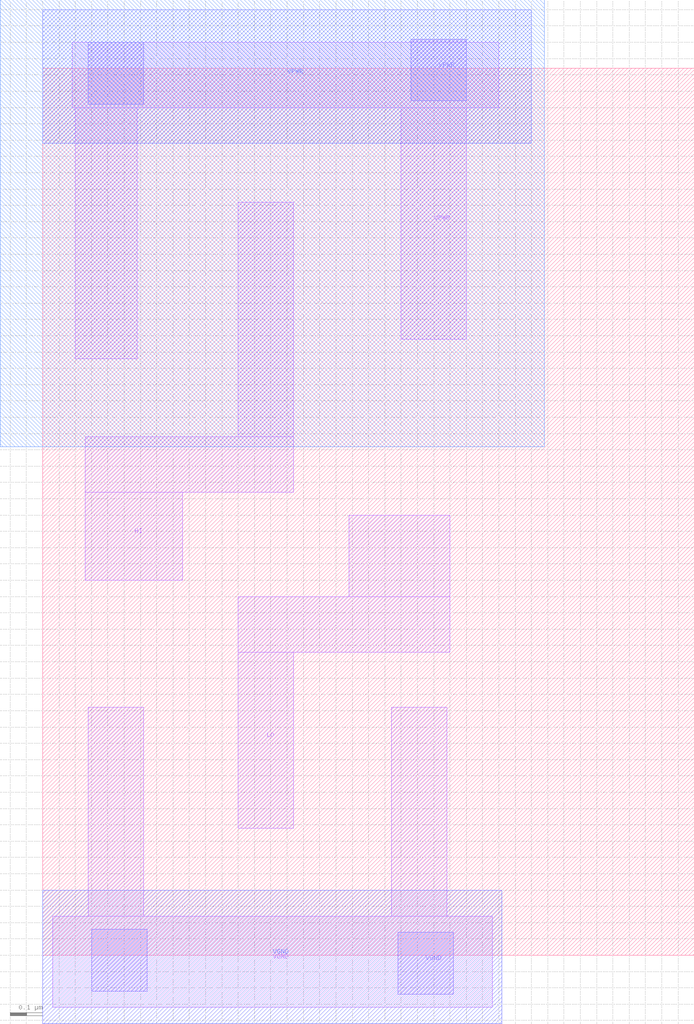
<source format=lef>
VERSION 5.7 ;
  NOWIREEXTENSIONATPIN ON ;
  DIVIDERCHAR "/" ;
  BUSBITCHARS "[]" ;
MACRO sky130_vsd_conb
  CLASS BLOCK ;
  FOREIGN sky130_vsd_conb ;
  ORIGIN 0.000 0.000 ;
  SIZE 2.000 BY 2.720 ;
  PIN HI
    DIRECTION INPUT ;
    USE SIGNAL ;
    ANTENNAGATEAREA 0.153000 ;
    ANTENNADIFFAREA 0.198000 ;
    PORT
      LAYER li1 ;
        RECT 0.600 1.590 0.770 2.310 ;
        RECT 0.130 1.420 0.770 1.590 ;
        RECT 0.130 1.150 0.430 1.420 ;
    END
  END HI
  PIN LO
    DIRECTION OUTPUT ;
    USE SIGNAL ;
    ANTENNAGATEAREA 0.153000 ;
    ANTENNADIFFAREA 0.138600 ;
    PORT
      LAYER li1 ;
        RECT 0.940 1.100 1.250 1.350 ;
        RECT 0.600 0.930 1.250 1.100 ;
        RECT 0.600 0.390 0.770 0.930 ;
    END
  END LO
  PIN VGND
    DIRECTION INOUT ;
    USE GROUND ;
    PORT
      LAYER li1 ;
        RECT 0.140 0.120 0.310 0.760 ;
        RECT 1.070 0.120 1.240 0.760 ;
        RECT 0.030 -0.160 1.380 0.120 ;
      LAYER mcon ;
        RECT 0.150 -0.110 0.320 0.080 ;
        RECT 1.090 -0.120 1.260 0.070 ;
      LAYER met1 ;
        RECT 0.000 -0.210 1.410 0.200 ;
    END
  END VGND
  PIN VPWR
    DIRECTION INOUT ;
    USE POWER ;
    PORT
      LAYER li1 ;
        RECT 1.130 2.800 1.300 2.810 ;
        RECT 0.090 2.600 1.400 2.800 ;
        RECT 0.100 1.830 0.290 2.600 ;
        RECT 1.100 1.890 1.300 2.600 ;
      LAYER mcon ;
        RECT 0.140 2.610 0.310 2.800 ;
        RECT 1.130 2.620 1.300 2.810 ;
      LAYER met1 ;
        RECT 0.000 2.490 1.500 2.900 ;
    END
  END VPWR
  OBS
      LAYER nwell ;
        RECT -0.130 1.560 1.540 2.930 ;
  END
END sky130_vsd_conb
END LIBRARY


</source>
